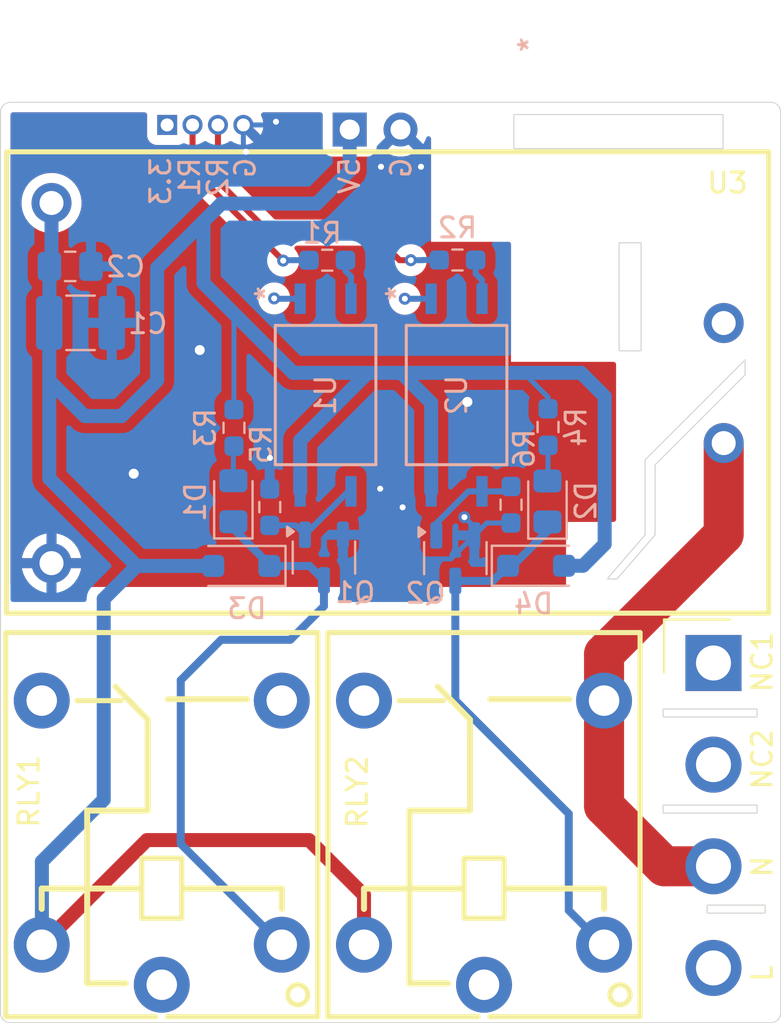
<source format=kicad_pcb>
(kicad_pcb (version 20241229) (generator "pcbnew") (generator_version "9.0")
  (layers (0 "F.Cu" signal) (4 "In1.Cu" signal) (6 "In2.Cu" signal) (2 "B.Cu" signal) (13 "F.Paste" user) (15 "B.Paste" user) (5 "F.SilkS" user "F.Silkscreen") (7 "B.SilkS" user "B.Silkscreen") (1 "F.Mask" user) (3 "B.Mask" user) (25 "Edge.Cuts" user))
  (net 0 "")
  (net 1 "GND")
  (net 2 "+5V")
  (net 3 "+3.3V")
  (net 4 "Net-(D1-A)")
  (net 5 "Net-(D2-K)")
  (net 6 "Net-(D2-A)")
  (net 7 "N")
  (net 8 "L")
  (net 9 "Net-(Q1-G)")
  (net 10 "Net-(Q2-G)")
  (net 11 "Net-(R2-Pad2)")
  (net 12 "ESP_DOUT_1")
  (net 13 "ESP_DOUT_2")
  (net 14 "NC1")
  (net 15 "NC2")
  (net 18 "Net-(D1-K)")
  (net 19 "Net-(R1-Pad2)")
  (footprint "Connector_Samtec_HPM_THT:Samtec_HPM-04-01-x-S_Straight_1x04_Pitch5.08mm" (layer "F.Cu") (at 144.12 85.8)
    (property "Reference" "J1" (hide yes))
    (property "Value" "Screw_Terminal_01x04" (hide yes))
    (fp_line (start -2.47 -2.17) (end 0.815 -2.17) (stroke (width 0.12)) (layer "F.SilkS"))
    (fp_line (start -2.47 0.48) (end -2.47 -2.17) (stroke (width 0.12)) (layer "F.SilkS"))
    (pad "1" thru_hole rect (at 0 0) (size 2.8 2.8) (drill 1.75) (layers "*.Cu" "*.Mask") (net 14 "NC1"))
    (pad "2" thru_hole circle (at 0 5.08) (size 2.8 2.8) (drill 1.75) (layers "*.Cu" "*.Mask") (net 15 "NC2"))
    (pad "3" thru_hole circle (at 0 10.16) (size 2.8 2.8) (drill 1.75) (layers "*.Cu" "*.Mask") (net 7 "N"))
    (pad "4" thru_hole circle (at 0 15.24) (size 2.8 2.8) (drill 1.75) (layers "*.Cu" "*.Mask") (net 8 "L"))
  )
  (footprint "EasyEDA_Lib:RELAY-TH_SRD-XXVDC-XL-C" (layer "F.Cu") (at 116.54 94.78 90)
    (property "Reference" "RLY1" (at 2.571 -6.64 90) (layer "F.SilkS"))
    (property "Value" "~")
    (fp_line (start 10.501 -7.8) (end -8.699 -7.8) (stroke (width 0.254)) (layer "F.SilkS"))
    (fp_line (start -8.699 -7.8) (end -8.699 -0.2945) (stroke (width 0.254)) (layer "F.SilkS"))
    (fp_line (start -2.292 -6) (end -3.31 -6) (stroke (width 0.3)) (layer "F.SilkS"))
    (fp_line (start 7.0995 -4.247) (end 7.0995 -2.0195) (stroke (width 0.254)) (layer "F.SilkS"))
    (fp_line (start 1.6045 -3.727) (end 1.6045 -0.727) (stroke (width 0.3)) (layer "F.SilkS"))
    (fp_line (start -7.0315 -3.727) (end 1.6045 -3.727) (stroke (width 0.3)) (layer "F.SilkS"))
    (fp_line (start -7.0315 -1.8) (end -7.0315 -3.727) (stroke (width 0.3)) (layer "F.SilkS"))
    (fp_line (start -2.292 -1.051) (end -2.292 -6) (stroke (width 0.3)) (layer "F.SilkS"))
    (fp_line (start -0.775 -1) (end -0.775 1) (stroke (width 0.254)) (layer "F.SilkS"))
    (fp_line (start -3.775 -1) (end -0.775 -1) (stroke (width 0.254)) (layer "F.SilkS"))
    (fp_line (start 1.6045 -0.727) (end 1.6285 -0.703) (stroke (width 0.3)) (layer "F.SilkS"))
    (fp_line (start 5.6445 -0.703) (end 6.1525 -0.703) (stroke (width 0.3)) (layer "F.SilkS"))
    (fp_line (start 1.6285 -0.703) (end 5.6445 -0.703) (stroke (width 0.3)) (layer "F.SilkS"))
    (fp_line (start 6.15 -0.701) (end 7.8005 -2.309) (stroke (width 0.3)) (layer "F.SilkS"))
    (fp_line (start -8.699 0.2945) (end -8.699 7.8) (stroke (width 0.254)) (layer "F.SilkS"))
    (fp_line (start -0.775 1) (end -3.775 1) (stroke (width 0.254)) (layer "F.SilkS"))
    (fp_line (start -3.775 1) (end -3.775 -1) (stroke (width 0.254)) (layer "F.SilkS"))
    (fp_line (start 7.1685 4.257) (end 7.1685 0.3125) (stroke (width 0.3)) (layer "F.SilkS"))
    (fp_line (start -2.292 6) (end -2.292 1.0515) (stroke (width 0.3)) (layer "F.SilkS"))
    (fp_line (start -2.292 6) (end -3.31 6) (stroke (width 0.3)) (layer "F.SilkS"))
    (fp_line (start 10.501 7.8) (end 10.501 -7.8) (stroke (width 0.254)) (layer "F.SilkS"))
    (fp_line (start 10.501 7.8) (end -8.699 7.8) (stroke (width 0.254)) (layer "F.SilkS"))
    (fp_circle (center -7.6 6.8) (end -7.1 6.8) (stroke (width 0.254)) (fill no) (layer "F.SilkS"))
    (pad "1" thru_hole circle (at -5.1 6 270) (size 2.794 2.794) (drill 1.524) (layers "*.Cu" "*.Mask") (net 18 "Net-(D1-K)"))
    (pad "2" thru_hole circle (at 7.1 5.9995 270) (size 2.794 2.794) (drill 1.524) (layers "*.Cu" "*.Mask") (net 8 "L"))
    (pad "3" thru_hole circle (at 7.1 -5.9995 270) (size 2.794 2.794) (drill 1.524) (layers "*.Cu" "*.Mask"))
    (pad "4" thru_hole circle (at -5.1 -6 270) (size 2.794 2.794) (drill 1.524) (layers "*.Cu" "*.Mask") (net 2 "+5V"))
    (pad "5" thru_hole circle (at -7.1 0 270) (size 2.794 2.794) (drill 1.524) (layers "*.Cu" "*.Mask") (net 14 "NC1"))
  )
  (footprint "EasyEDA_Lib:RELAY-TH_SRD-XXVDC-XL-C" (layer "F.Cu") (at 132.65 94.78 90)
    (property "Reference" "RLY2" (at 2.54 -6.34 90) (layer "F.SilkS"))
    (property "Value" "~")
    (fp_line (start 10.501 -7.8) (end -8.699 -7.8) (stroke (width 0.254)) (layer "F.SilkS"))
    (fp_line (start -8.699 -7.8) (end -8.699 -0.2945) (stroke (width 0.254)) (layer "F.SilkS"))
    (fp_line (start -2.292 -6) (end -3.31 -6) (stroke (width 0.3)) (layer "F.SilkS"))
    (fp_line (start 7.0995 -4.247) (end 7.0995 -2.0195) (stroke (width 0.254)) (layer "F.SilkS"))
    (fp_line (start 1.6045 -3.727) (end 1.6045 -0.727) (stroke (width 0.3)) (layer "F.SilkS"))
    (fp_line (start -7.0315 -3.727) (end 1.6045 -3.727) (stroke (width 0.3)) (layer "F.SilkS"))
    (fp_line (start -7.0315 -1.8) (end -7.0315 -3.727) (stroke (width 0.3)) (layer "F.SilkS"))
    (fp_line (start -2.292 -1.051) (end -2.292 -6) (stroke (width 0.3)) (layer "F.SilkS"))
    (fp_line (start -0.775 -1) (end -0.775 1) (stroke (width 0.254)) (layer "F.SilkS"))
    (fp_line (start -3.775 -1) (end -0.775 -1) (stroke (width 0.254)) (layer "F.SilkS"))
    (fp_line (start 1.6045 -0.727) (end 1.6285 -0.703) (stroke (width 0.3)) (layer "F.SilkS"))
    (fp_line (start 5.6445 -0.703) (end 6.1525 -0.703) (stroke (width 0.3)) (layer "F.SilkS"))
    (fp_line (start 1.6285 -0.703) (end 5.6445 -0.703) (stroke (width 0.3)) (layer "F.SilkS"))
    (fp_line (start 6.15 -0.701) (end 7.8005 -2.309) (stroke (width 0.3)) (layer "F.SilkS"))
    (fp_line (start -8.699 0.2945) (end -8.699 7.8) (stroke (width 0.254)) (layer "F.SilkS"))
    (fp_line (start -0.775 1) (end -3.775 1) (stroke (width 0.254)) (layer "F.SilkS"))
    (fp_line (start -3.775 1) (end -3.775 -1) (stroke (width 0.254)) (layer "F.SilkS"))
    (fp_line (start 7.1685 4.257) (end 7.1685 0.3125) (stroke (width 0.3)) (layer "F.SilkS"))
    (fp_line (start -2.292 6) (end -2.292 1.0515) (stroke (width 0.3)) (layer "F.SilkS"))
    (fp_line (start -2.292 6) (end -3.31 6) (stroke (width 0.3)) (layer "F.SilkS"))
    (fp_line (start 10.501 7.8) (end 10.501 -7.8) (stroke (width 0.254)) (layer "F.SilkS"))
    (fp_line (start 10.501 7.8) (end -8.699 7.8) (stroke (width 0.254)) (layer "F.SilkS"))
    (fp_circle (center -7.6 6.8) (end -7.1 6.8) (stroke (width 0.254)) (fill no) (layer "F.SilkS"))
    (pad "1" thru_hole circle (at -5.1 6 270) (size 2.794 2.794) (drill 1.524) (layers "*.Cu" "*.Mask") (net 5 "Net-(D2-K)"))
    (pad "2" thru_hole circle (at 7.1 5.9995 270) (size 2.794 2.794) (drill 1.524) (layers "*.Cu" "*.Mask") (net 7 "N"))
    (pad "3" thru_hole circle (at 7.1 -5.9995 270) (size 2.794 2.794) (drill 1.524) (layers "*.Cu" "*.Mask"))
    (pad "4" thru_hole circle (at -5.1 -6 270) (size 2.794 2.794) (drill 1.524) (layers "*.Cu" "*.Mask") (net 2 "+5V"))
    (pad "5" thru_hole circle (at -7.1 0 270) (size 2.794 2.794) (drill 1.524) (layers "*.Cu" "*.Mask") (net 15 "NC2"))
  )
  (footprint "EasyEDA_Lib:PWRM-TH_HLK-5M05" (layer "F.Cu") (at 127.83 71.81 180)
    (property "Reference" "U3" (at -16.99 10 0) (layer "F.SilkS"))
    (property "Value" "~")
    (fp_line (start 19.05 -11.5) (end 19.05 11.5) (stroke (width 0.254)) (layer "F.SilkS"))
    (fp_line (start 19.05 -11.5) (end -19.05 -11.5) (stroke (width 0.254)) (layer "F.SilkS"))
    (fp_line (start -19.05 11.557) (end 19.05 11.557) (stroke (width 0.254)) (layer "F.SilkS"))
    (fp_line (start -19.05 -11.5) (end -19.05 11.557) (stroke (width 0.254)) (layer "F.SilkS"))
    (pad "1" thru_hole circle (at -16.8 -3 180) (size 2 2) (drill 1.2) (layers "*.Cu" "*.Mask") (net 7 "N"))
    (pad "2" thru_hole circle (at -16.8 3 180) (size 2 2) (drill 1.2) (layers "*.Cu" "*.Mask") (net 8 "L"))
    (pad "3" thru_hole circle (at 16.8 -9 180) (size 2 2) (drill 1.2) (layers "*.Cu" "*.Mask") (net 1 "GND"))
    (pad "4" thru_hole circle (at 16.8 9 180) (size 2 2) (drill 1.2) (layers "*.Cu" "*.Mask") (net 2 "+5V"))
  )
  (footprint "Connector_PinHeader_1.27mm:PinHeader_1x04_P1.27mm_Vertical" (layer "F.Cu") (at 116.81 58.91 90)
    (property "Reference" "J2" (hide yes))
    (property "Value" "Conn_01x04_Pin")
    (pad "1" thru_hole rect (at 0 0 90) (size 1 1) (drill 0.65) (layers "*.Cu" "*.Mask") (net 3 "+3.3V"))
    (pad "2" thru_hole circle (at 0 1.27 90) (size 1 1) (drill 0.65) (layers "*.Cu" "*.Mask") (net 12 "ESP_DOUT_1"))
    (pad "3" thru_hole circle (at 0 2.54 90) (size 1 1) (drill 0.65) (layers "*.Cu" "*.Mask") (net 13 "ESP_DOUT_2"))
    (pad "4" thru_hole circle (at 0 3.81 90) (size 1 1) (drill 0.65) (layers "*.Cu" "*.Mask") (net 1 "GND"))
  )
  (footprint "Connector_PinHeader_2.54mm:PinHeader_1x02_P2.54mm_Vertical" (layer "F.Cu") (at 125.935 59.14 90)
    (property "Reference" "J3" (hide yes))
    (property "Value" "PinHeader_1x02_P2.54mm_Vertical" (hide yes))
    (pad "1" thru_hole rect (at 0 0 90) (size 1.7 1.7) (drill 1) (layers "*.Cu" "*.Mask") (net 2 "+5V"))
    (pad "2" thru_hole circle (at 0 2.54 90) (size 1.7 1.7) (drill 1) (layers "*.Cu" "*.Mask") (net 1 "GND"))
  )
  (footprint "LED_SMD:LED_0805_2012Metric_Pad1.15x1.40mm_HandSolder" (layer "B.Cu") (at 120.12 77.715 90)
    (property "Reference" "D1" (at -0.040276 -1.9 90) (layer "B.SilkS") (effects (justify mirror)))
    (property "Value" "LED")
    (fp_line (start -1.86 -0.96) (end 1 -0.96) (stroke (width 0.12)) (layer "B.SilkS"))
    (fp_line (start 1 0.96) (end -1.86 0.96) (stroke (width 0.12)) (layer "B.SilkS"))
    (fp_line (start -1.86 0.96) (end -1.86 -0.96) (stroke (width 0.12)) (layer "B.SilkS"))
    (pad "1" smd roundrect (at -1.025 0 90) (size 1.15 1.4) (layers "B.Cu" "B.Mask" "B.Paste") (roundrect_rratio 0.217391) (net 18 "Net-(D1-K)"))
    (pad "2" smd roundrect (at 1.025 0 90) (size 1.15 1.4) (layers "B.Cu" "B.Mask" "B.Paste") (roundrect_rratio 0.217391) (net 4 "Net-(D1-A)"))
  )
  (footprint "Resistor_SMD:R_0603_1608Metric_Pad0.98x0.95mm_HandSolder" (layer "B.Cu") (at 121.94 78.01 90)
    (property "Reference" "R5" (at 3.13 -0.43 90) (layer "B.SilkS") (effects (justify mirror)))
    (property "Value" "1K")
    (fp_line (start -0.254724 -0.5225) (end 0.254724 -0.5225) (stroke (width 0.12)) (layer "B.SilkS"))
    (fp_line (start -0.254724 0.5225) (end 0.254724 0.5225) (stroke (width 0.12)) (layer "B.SilkS"))
    (pad "1" smd roundrect (at -0.9125 0 90) (size 0.975 0.95) (layers "B.Cu" "B.Mask" "B.Paste") (net 9 "Net-(Q1-G)"))
    (pad "2" smd roundrect (at 0.9125 0 90) (size 0.975 0.95) (layers "B.Cu" "B.Mask" "B.Paste") (net 1 "GND"))
  )
  (footprint "Package_TO_SOT_SMD:SOT-23-3" (layer "B.Cu") (at 124.6475 80.53 -90)
    (property "Reference" "Q1" (at 1.75 -1.56 0) (layer "B.SilkS") (effects (justify mirror)))
    (property "Value" "Q_NMOS_Depletion_GSD")
    (fp_line (start 0 1.56) (end -0.8 1.56) (stroke (width 0.12)) (layer "B.SilkS"))
    (fp_line (start 0 1.56) (end 0.8 1.56) (stroke (width 0.12)) (layer "B.SilkS"))
    (fp_line (start 0 -1.56) (end -0.8 -1.56) (stroke (width 0.12)) (layer "B.SilkS"))
    (fp_line (start 0 -1.56) (end 0.8 -1.56) (stroke (width 0.12)) (layer "B.SilkS"))
    (fp_poly (pts (xy -1.3 1.51) (xy -1.54 1.84) (xy -1.06 1.84)) (stroke (width 0.12)) (fill yes) (layer "B.SilkS"))
    (pad "1" smd roundrect (at -1.1375 0.95 270) (size 1.325 0.6) (layers "B.Cu" "B.Mask" "B.Paste") (net 9 "Net-(Q1-G)"))
    (pad "2" smd roundrect (at -1.1375 -0.95 270) (size 1.325 0.6) (layers "B.Cu" "B.Mask" "B.Paste") (net 1 "GND"))
    (pad "3" smd roundrect (at 1.1375 0 270) (size 1.325 0.6) (layers "B.Cu" "B.Mask" "B.Paste") (net 18 "Net-(D1-K)"))
  )
  (footprint "Diode_SMD:D_SOD-123F" (layer "B.Cu") (at 135.25 80.94)
    (property "Reference" "D4" (at -0.127 1.905 0) (layer "B.SilkS") (effects (justify mirror)))
    (property "Value" "1N4001")
    (fp_line (start -2.21 -1) (end 1.65 -1) (stroke (width 0.12)) (layer "B.SilkS"))
    (fp_line (start -2.21 1) (end -2.21 -1) (stroke (width 0.12)) (layer "B.SilkS"))
    (fp_line (start -2.21 1) (end 1.65 1) (stroke (width 0.12)) (layer "B.SilkS"))
    (pad "1" smd roundrect (at -1.4 0) (size 1.1 1.1) (layers "B.Cu" "B.Mask" "B.Paste") (roundrect_rratio 0.2272727273) (net 5 "Net-(D2-K)"))
    (pad "2" smd roundrect (at 1.4 0) (size 1.1 1.1) (layers "B.Cu" "B.Mask" "B.Paste") (roundrect_rratio 0.2272727273) (net 2 "+5V"))
  )
  (footprint "Resistor_SMD:R_0603_1608Metric_Pad0.98x0.95mm_HandSolder" (layer "B.Cu") (at 131.320915 65.66)
    (property "Reference" "R2" (at 0 -1.61 0) (layer "B.SilkS") (effects (justify mirror)))
    (property "Value" "1K")
    (fp_line (start -0.254724 -0.5225) (end 0.254724 -0.5225) (stroke (width 0.12)) (layer "B.SilkS"))
    (fp_line (start -0.254724 0.5225) (end 0.254724 0.5225) (stroke (width 0.12)) (layer "B.SilkS"))
    (pad "1" smd roundrect (at -0.9125 0) (size 0.975 0.95) (layers "B.Cu" "B.Mask" "B.Paste") (net 13 "ESP_DOUT_2"))
    (pad "2" smd roundrect (at 0.9125 0) (size 0.975 0.95) (layers "B.Cu" "B.Mask" "B.Paste") (net 11 "Net-(R2-Pad2)"))
  )
  (footprint "Capacitor_SMD:C_1210_3225Metric_Pad1.33x2.70mm_HandSolder" (layer "B.Cu") (at 112.48 68.8)
    (property "Reference" "C1" (at 3.36 0.04 0) (layer "B.SilkS") (effects (justify mirror)))
    (property "Value" "220uF")
    (fp_line (start -0.711252 -1.36) (end 0.711252 -1.36) (stroke (width 0.12)) (layer "B.SilkS"))
    (fp_line (start -0.711252 1.36) (end 0.711252 1.36) (stroke (width 0.12)) (layer "B.SilkS"))
    (pad "1" smd roundrect (at -1.5625 0) (size 1.325 2.7) (layers "B.Cu" "B.Mask" "B.Paste") (roundrect_rratio 0.188679) (net 2 "+5V"))
    (pad "2" smd roundrect (at 1.5625 0) (size 1.325 2.7) (layers "B.Cu" "B.Mask" "B.Paste") (roundrect_rratio 0.188679) (net 1 "GND"))
  )
  (footprint "Resistor_SMD:R_0603_1608Metric_Pad0.98x0.95mm_HandSolder" (layer "B.Cu") (at 134 77.89 -90)
    (property "Reference" "R6" (at -2.81 -0.66 90) (layer "B.SilkS") (effects (justify mirror)))
    (property "Value" "1K")
    (fp_line (start -0.254724 0.5225) (end 0.254724 0.5225) (stroke (width 0.12)) (layer "B.SilkS"))
    (fp_line (start -0.254724 -0.5225) (end 0.254724 -0.5225) (stroke (width 0.12)) (layer "B.SilkS"))
    (pad "1" smd roundrect (at -0.9125 0 270) (size 0.975 0.95) (layers "B.Cu" "B.Mask" "B.Paste") (net 10 "Net-(Q2-G)"))
    (pad "2" smd roundrect (at 0.9125 0 270) (size 0.975 0.95) (layers "B.Cu" "B.Mask" "B.Paste") (net 1 "GND"))
  )
  (footprint "Resistor_SMD:R_0603_1608Metric_Pad0.98x0.95mm_HandSolder" (layer "B.Cu") (at 135.85 74.0075 -90)
    (property "Reference" "R4" (at 0 -1.4 90) (layer "B.SilkS") (effects (justify mirror)))
    (property "Value" "2K")
    (fp_line (start -0.254724 0.5225) (end 0.254724 0.5225) (stroke (width 0.12)) (layer "B.SilkS"))
    (fp_line (start -0.254724 -0.5225) (end 0.254724 -0.5225) (stroke (width 0.12)) (layer "B.SilkS"))
    (pad "1" smd roundrect (at -0.9125 0 270) (size 0.975 0.95) (layers "B.Cu" "B.Mask" "B.Paste") (net 2 "+5V"))
    (pad "2" smd roundrect (at 0.9125 0 270) (size 0.975 0.95) (layers "B.Cu" "B.Mask" "B.Paste") (net 6 "Net-(D2-A)"))
  )
  (footprint "InnovKits:APC-817xx-SL_AMB" (layer "B.Cu") (at 131.278415 72.41 -90)
    (property "Reference" "U2" (at 0 0 90) (layer "B.SilkS") (effects (justify mirror)))
    (property "Value" "PC817")
    (fp_line (start -3.4798 2.5146) (end -3.4798 -2.5146) (stroke (width 0.1524)) (layer "B.SilkS"))
    (fp_line (start 3.4798 2.5146) (end -3.4798 2.5146) (stroke (width 0.1524)) (layer "B.SilkS"))
    (fp_line (start -3.4798 -2.5146) (end 3.4798 -2.5146) (stroke (width 0.1524)) (layer "B.SilkS"))
    (fp_line (start 3.4798 -2.5146) (end 3.4798 2.5146) (stroke (width 0.1524)) (layer "B.SilkS"))
    (fp_text user "*" (at -5.0673 2.9718 90) (layer "B.SilkS") (effects (justify mirror)))
    (pad "1" smd rect (at -4.8133 1.27 270) (size 1.524 0.5588) (layers "B.Cu" "B.Mask" "B.Paste") (net 3 "+3.3V"))
    (pad "2" smd rect (at -4.8133 -1.27 270) (size 1.524 0.5588) (layers "B.Cu" "B.Mask" "B.Paste") (net 11 "Net-(R2-Pad2)"))
    (pad "3" smd rect (at 4.8133 -1.27 270) (size 1.524 0.5588) (layers "B.Cu" "B.Mask" "B.Paste") (net 10 "Net-(Q2-G)"))
    (pad "4" smd rect (at 4.8133 1.27 270) (size 1.524 0.5588) (layers "B.Cu" "B.Mask" "B.Paste") (net 2 "+5V"))
  )
  (footprint "Package_TO_SOT_SMD:SOT-23-3" (layer "B.Cu") (at 131.215915 80.56 -90)
    (property "Reference" "Q2" (at 1.75 1.495915 180) (layer "B.SilkS") (effects (justify mirror)))
    (property "Value" "Q_NMOS_Depletion_GSD")
    (fp_line (start 0 1.56) (end -0.8 1.56) (stroke (width 0.12)) (layer "B.SilkS"))
    (fp_line (start 0 1.56) (end 0.8 1.56) (stroke (width 0.12)) (layer "B.SilkS"))
    (fp_line (start 0 -1.56) (end -0.8 -1.56) (stroke (width 0.12)) (layer "B.SilkS"))
    (fp_line (start 0 -1.56) (end 0.8 -1.56) (stroke (width 0.12)) (layer "B.SilkS"))
    (fp_poly (pts (xy -1.3 1.51) (xy -1.54 1.84) (xy -1.06 1.84)) (stroke (width 0.12)) (fill yes) (layer "B.SilkS"))
    (pad "1" smd roundrect (at -1.1375 0.95 270) (size 1.325 0.6) (layers "B.Cu" "B.Mask" "B.Paste") (net 10 "Net-(Q2-G)"))
    (pad "2" smd roundrect (at -1.1375 -0.95 270) (size 1.325 0.6) (layers "B.Cu" "B.Mask" "B.Paste") (net 1 "GND"))
    (pad "3" smd roundrect (at 1.1375 0 270) (size 1.325 0.6) (layers "B.Cu" "B.Mask" "B.Paste") (net 5 "Net-(D2-K)"))
  )
  (footprint "Capacitor_SMD:C_0805_2012Metric_Pad1.18x1.45mm_HandSolder" (layer "B.Cu") (at 111.965 65.98)
    (property "Reference" "C2" (at 2.765 0.02 0) (layer "B.SilkS") (effects (justify mirror)))
    (property "Value" "100uF")
    (fp_line (start -0.261252 -0.735) (end 0.261252 -0.735) (stroke (width 0.12)) (layer "B.SilkS"))
    (fp_line (start -0.261252 0.735) (end 0.261252 0.735) (stroke (width 0.12)) (layer "B.SilkS"))
    (pad "1" smd roundrect (at -1.0375 0) (size 1.175 1.45) (layers "B.Cu" "B.Mask" "B.Paste") (roundrect_rratio 0.212766) (net 2 "+5V"))
    (pad "2" smd roundrect (at 1.0375 0) (size 1.175 1.45) (layers "B.Cu" "B.Mask" "B.Paste") (roundrect_rratio 0.212766) (net 1 "GND"))
  )
  (footprint "InnovKits:APC-817xx-SL_AMB" (layer "B.Cu") (at 124.73 72.41 -90)
    (property "Reference" "U1" (at 0 0 90) (layer "B.SilkS") (effects (justify mirror)))
    (property "Value" "PC817")
    (fp_line (start -3.4798 2.5146) (end -3.4798 -2.5146) (stroke (width 0.1524)) (layer "B.SilkS"))
    (fp_line (start 3.4798 2.5146) (end -3.4798 2.5146) (stroke (width 0.1524)) (layer "B.SilkS"))
    (fp_line (start -3.4798 -2.5146) (end 3.4798 -2.5146) (stroke (width 0.1524)) (layer "B.SilkS"))
    (fp_line (start 3.4798 -2.5146) (end 3.4798 2.5146) (stroke (width 0.1524)) (layer "B.SilkS"))
    (fp_text user "*" (at -5.0673 2.9718 90) (layer "B.SilkS") (effects (justify mirror)))
    (pad "1" smd rect (at -4.8133 1.27 270) (size 1.524 0.5588) (layers "B.Cu" "B.Mask" "B.Paste") (net 3 "+3.3V"))
    (pad "2" smd rect (at -4.8133 -1.27 270) (size 1.524 0.5588) (layers "B.Cu" "B.Mask" "B.Paste") (net 19 "Net-(R1-Pad2)"))
    (pad "3" smd rect (at 4.8133 -1.27 270) (size 1.524 0.5588) (layers "B.Cu" "B.Mask" "B.Paste") (net 9 "Net-(Q1-G)"))
    (pad "4" smd rect (at 4.8133 1.27 270) (size 1.524 0.5588) (layers "B.Cu" "B.Mask" "B.Paste") (net 2 "+5V"))
  )
  (footprint "Resistor_SMD:R_0603_1608Metric_Pad0.98x0.95mm_HandSolder" (layer "B.Cu") (at 124.8125 65.67)
    (property "Reference" "R1" (at -0.254724 -1.35 0) (layer "B.SilkS") (effects (justify mirror)))
    (property "Value" "1K")
    (fp_line (start -0.254724 -0.5225) (end 0.254724 -0.5225) (stroke (width 0.12)) (layer "B.SilkS"))
    (fp_line (start -0.254724 0.5225) (end 0.254724 0.5225) (stroke (width 0.12)) (layer "B.SilkS"))
    (pad "1" smd roundrect (at -0.9125 0) (size 0.975 0.95) (layers "B.Cu" "B.Mask" "B.Paste") (net 12 "ESP_DOUT_1"))
    (pad "2" smd roundrect (at 0.9125 0) (size 0.975 0.95) (layers "B.Cu" "B.Mask" "B.Paste") (net 19 "Net-(R1-Pad2)"))
  )
  (footprint "Diode_SMD:D_SOD-123F" (layer "B.Cu") (at 120.5175 80.95 180)
    (property "Reference" "D3" (at -0.28 -2.13 0) (layer "B.SilkS") (effects (justify mirror)))
    (property "Value" "1N4001")
    (fp_line (start -2.21 1) (end 1.65 1) (stroke (width 0.12)) (layer "B.SilkS"))
    (fp_line (start -2.21 1) (end -2.21 -1) (stroke (width 0.12)) (layer "B.SilkS"))
    (fp_line (start -2.21 -1) (end 1.65 -1) (stroke (width 0.12)) (layer "B.SilkS"))
    (pad "1" smd roundrect (at -1.4 0 180) (size 1.1 1.1) (layers "B.Cu" "B.Mask" "B.Paste") (roundrect_rratio 0.2272727273) (net 18 "Net-(D1-K)"))
    (pad "2" smd roundrect (at 1.4 0 180) (size 1.1 1.1) (layers "B.Cu" "B.Mask" "B.Paste") (roundrect_rratio 0.2272727273) (net 2 "+5V"))
  )
  (footprint "LED_SMD:LED_0805_2012Metric_Pad1.15x1.40mm_HandSolder" (layer "B.Cu") (at 135.82 77.7275 90)
    (property "Reference" "D2" (at 0.0275 1.92 90) (layer "B.SilkS") (effects (justify mirror)))
    (property "Value" "LED")
    (fp_line (start -1.86 -0.96) (end 1 -0.96) (stroke (width 0.12)) (layer "B.SilkS"))
    (fp_line (start 1 0.96) (end -1.86 0.96) (stroke (width 0.12)) (layer "B.SilkS"))
    (fp_line (start -1.86 0.96) (end -1.86 -0.96) (stroke (width 0.12)) (layer "B.SilkS"))
    (pad "1" smd roundrect (at -1.025 0 90) (size 1.15 1.4) (layers "B.Cu" "B.Mask" "B.Paste") (roundrect_rratio 0.217391) (net 5 "Net-(D2-K)"))
    (pad "2" smd roundrect (at 1.025 0 90) (size 1.15 1.4) (layers "B.Cu" "B.Mask" "B.Paste") (roundrect_rratio 0.217391) (net 6 "Net-(D2-A)"))
  )
  (footprint "Resistor_SMD:R_0603_1608Metric_Pad0.98x0.95mm_HandSolder" (layer "B.Cu") (at 120.15 74.0475 -90)
    (property "Reference" "R3" (at 0 1.43 90) (layer "B.SilkS") (effects (justify mirror)))
    (property "Value" "2K")
    (fp_line (start -0.254724 0.5225) (end 0.254724 0.5225) (stroke (width 0.12)) (layer "B.SilkS"))
    (fp_line (start -0.254724 -0.5225) (end 0.254724 -0.5225) (stroke (width 0.12)) (layer "B.SilkS"))
    (pad "1" smd roundrect (at -0.9125 0 270) (size 0.975 0.95) (layers "B.Cu" "B.Mask" "B.Paste") (net 2 "+5V"))
    (pad "2" smd roundrect (at 0.9125 0 270) (size 0.975 0.95) (layers "B.Cu" "B.Mask" "B.Paste") (net 4 "Net-(D1-A)"))
  )
  (gr_arc (start 147.48 103.28) (mid 147.333553 103.633553) (end 146.98 103.78) (stroke (width 0.05)) (layer "Edge.Cuts"))
  (gr_rect (start 134.14 58.39) (end 144.6 60.09) (stroke (width 0.05)) (fill no) (layer "Edge.Cuts"))
  (gr_line (start 145.7 71.4) (end 145.7 70.65) (stroke (width 0.05)) (layer "Edge.Cuts"))
  (gr_rect (start 141.6 88.1) (end 146.3 88.5) (stroke (width 0.05)) (fill no) (layer "Edge.Cuts"))
  (gr_arc (start 108.48 58.28) (mid 108.626447 57.926447) (end 108.98 57.78) (stroke (width 0.05)) (layer "Edge.Cuts"))
  (gr_rect (start 139.4 64.8) (end 140.5 70.2) (stroke (width 0.05)) (fill no) (layer "Edge.Cuts"))
  (gr_rect (start 141.6 92.9) (end 146.3 93.3) (stroke (width 0.05)) (fill no) (layer "Edge.Cuts"))
  (gr_arc (start 108.98 103.78) (mid 108.626447 103.633553) (end 108.48 103.28) (stroke (width 0.05)) (layer "Edge.Cuts"))
  (gr_line (start 139.3 81.6) (end 138.8 81.6) (stroke (width 0.05)) (layer "Edge.Cuts"))
  (gr_line (start 141.95 74.4) (end 140.7 75.65) (stroke (width 0.05)) (layer "Edge.Cuts"))
  (gr_rect (start 143.8 97.9) (end 146.7 98.3) (stroke (width 0.05)) (fill no) (layer "Edge.Cuts"))
  (gr_line (start 145.7 70.65) (end 141.95 74.4) (stroke (width 0.05)) (layer "Edge.Cuts"))
  (gr_line (start 141.2 79.4) (end 139.3 81.6) (stroke (width 0.05)) (layer "Edge.Cuts"))
  (gr_line (start 147.48 58.28) (end 147.48 103.28) (stroke (width 0.05)) (layer "Edge.Cuts"))
  (gr_line (start 108.48 103.28) (end 108.48 58.28) (stroke (width 0.05)) (layer "Edge.Cuts"))
  (gr_line (start 138.8 81.6) (end 140.7 79.4) (stroke (width 0.05)) (layer "Edge.Cuts"))
  (gr_line (start 141.2 75.9) (end 145.7 71.4) (stroke (width 0.05)) (layer "Edge.Cuts"))
  (gr_line (start 141.2 79.4) (end 141.2 75.9) (stroke (width 0.05)) (layer "Edge.Cuts"))
  (gr_arc (start 146.98 57.78) (mid 147.333553 57.926447) (end 147.48 58.28) (stroke (width 0.05)) (layer "Edge.Cuts"))
  (gr_line (start 140.7 75.65) (end 140.7 79.4) (stroke (width 0.05)) (layer "Edge.Cuts"))
  (gr_line (start 146.98 103.78) (end 108.98 103.78) (stroke (width 0.05)) (layer "Edge.Cuts"))
  (gr_line (start 108.98 57.78) (end 146.98 57.78) (stroke (width 0.05)) (layer "Edge.Cuts"))
  (gr_text "NC2" (at 147.14 92.21 90) (layer "F.SilkS") (effects (font (size 1 1)) (justify left bottom)))
  (gr_text "NC1" (at 147.14 87.35 90) (layer "F.SilkS") (effects (font (size 1 1)) (justify left bottom)))
  (gr_text "N" (at 147.14 96.6 90) (layer "F.SilkS") (effects (font (size 1 1)) (justify left bottom)))
  (gr_text "L" (at 147.14 101.82 90) (layer "F.SilkS") (effects (font (size 1 1)) (justify left bottom)))
  (gr_text "G" (at 121.3 60.45 90) (layer "B.SilkS") (effects (font (size 1 1)) (justify left bottom mirror)))
  (gr_text "R2" (at 119.93 60.45 90) (layer "B.SilkS") (effects (font (size 1 1)) (justify left bottom mirror)))
  (gr_text "3.3" (at 117.07 60.45 90) (layer "B.SilkS") (effects (font (size 1 1)) (justify left bottom mirror)))
  (gr_text "5V" (at 126.51 60.45 90) (layer "B.SilkS") (effects (font (size 1 1)) (justify left bottom mirror)))
  (gr_text "G" (at 129.09 60.45 90) (layer "B.SilkS") (effects (font (size 1 1)) (justify left bottom mirror)))
  (gr_text "*" (at 135.5 54.42 90) (layer "B.SilkS") (effects (font (size 1 1)) (justify left bottom mirror)))
  (gr_text "R1" (at 118.52 60.45 90) (layer "B.SilkS") (effects (font (size 1 1)) (justify left bottom mirror)))
  (via (at 127.5 61) (size 0.6) (drill 0.3) (layers "F.Cu" "B.Cu") (net 1))
  (via (at 115.14 76.34) (size 1) (drill 0.5) (layers "F.Cu" "B.Cu") (net 1))
  (via (at 122.25 58.75) (size 0.6) (drill 0.3) (layers "F.Cu" "B.Cu") (net 1))
  (via (at 121.95 75.55) (size 0.6) (drill 0.3) (layers "F.Cu" "B.Cu") (net 1))
  (via (at 127.46 77.09) (size 0.6) (drill 0.3) (layers "F.Cu" "B.Cu") (net 1))
  (via (at 129.5 61) (size 0.6) (drill 0.3) (layers "F.Cu" "B.Cu") (net 1))
  (via (at 128.58 78.02) (size 0.6) (drill 0.3) (layers "F.Cu" "B.Cu") (net 1))
  (via (at 120.75 60.25) (size 0.6) (drill 0.3) (layers "F.Cu" "B.Cu") (net 1))
  (via (at 118.44 70.16) (size 1) (drill 0.5) (layers "F.Cu" "B.Cu") (net 1))
  (via (at 131.82 72.75) (size 1) (drill 0.5) (layers "F.Cu" "B.Cu") (net 1))
  (via (at 131.67 78.51) (size 0.6) (drill 0.3) (layers "F.Cu" "B.Cu") (net 1))
  (segment (start 121.94 75.56) (end 121.95 75.55) (width 0.25) (layer "B.Cu") (net 1))
  (segment (start 128.475 59.14) (end 128.705 59.14) (width 0.25) (layer "B.Cu") (net 1))
  (segment (start 129.5 59.935) (end 129.5 61) (width 0.25) (layer "B.Cu") (net 1))
  (segment (start 129.45 80.6) (end 128.63 79.78) (width 0.25) (layer "B.Cu") (net 1))
  (segment (start 134 78.8025) (end 132.785915 78.8025) (width 0.25) (layer "B.Cu") (net 1))
  (segment (start 130.21 80.6) (end 129.45 80.6) (width 0.25) (layer "B.Cu") (net 1))
  (segment (start 132.165915 79.4225) (end 132.165915 79.005915) (width 0.25) (layer "B.Cu") (net 1))
  (segment (start 128.705 59.14) (end 129.5 59.935) (width 0.25) (layer "B.Cu") (net 1))
  (segment (start 132.785915 78.8025) (end 132.165915 79.4225) (width 0.25) (layer "B.Cu") (net 1))
  (segment (start 132.165915 79.005915) (end 131.67 78.51) (width 0.25) (layer "B.Cu") (net 1))
  (segment (start 128.63 78.07) (end 128.58 78.02) (width 0.25) (layer "B.Cu") (net 1))
  (segment (start 120.62 58.91) (end 122.09 58.91) (width 0.25) (layer "B.Cu") (net 1))
  (segment (start 128.63 79.78) (end 128.63 78.07) (width 0.25) (layer "B.Cu") (net 1))
  (segment (start 130.988415 80.6) (end 130.21 80.6) (width 0.25) (layer "B.Cu") (net 1))
  (segment (start 127.46 78.74) (end 127.46 77.09) (width 0.25) (layer "B.Cu") (net 1))
  (segment (start 127.5 60) (end 127.5 61) (width 0.25) (layer "B.Cu") (net 1))
  (segment (start 125.5975 79.3925) (end 126.8075 79.3925) (width 0.25) (layer "B.Cu") (net 1))
  (segment (start 128.36 59.14) (end 127.5 60) (width 0.25) (layer "B.Cu") (net 1))
  (segment (start 127.02 79.18) (end 127.46 78.74) (width 0.25) (layer "B.Cu") (net 1))
  (segment (start 120.62 58.91) (end 120.62 60.12) (width 0.25) (layer "B.Cu") (net 1))
  (segment (start 120.62 60.12) (end 120.75 60.25) (width 0.25) (layer "B.Cu") (net 1))
  (segment (start 126.8075 79.3925) (end 127.02 79.18) (width 0.25) (layer "B.Cu") (net 1))
  (segment (start 121.94 77.0975) (end 121.94 75.56) (width 0.25) (layer "B.Cu") (net 1))
  (segment (start 128.475 59.14) (end 128.36 59.14) (width 0.25) (layer "B.Cu") (net 1))
  (segment (start 122.09 58.91) (end 122.25 58.75) (width 0.25) (layer "B.Cu") (net 1))
  (segment (start 132.165915 79.4225) (end 130.988415 80.6) (width 0.25) (layer "B.Cu") (net 1))
  (segment (start 110.571 99.88) (end 115.801 94.65) (width 0.7) (layer "F.Cu") (net 2))
  (segment (start 115.801 94.65) (end 123.9 94.65) (width 0.7) (layer "F.Cu") (net 2))
  (segment (start 123.9 94.65) (end 126.65 97.4) (width 0.7) (layer "F.Cu") (net 2))
  (segment (start 110.54 99.88) (end 110.571 99.88) (width 0.7) (layer "F.Cu") (net 2))
  (segment (start 126.65 97.4) (end 126.65 99.88) (width 0.7) (layer "F.Cu") (net 2))
  (segment (start 113.64 82.6) (end 115.29 80.95) (width 0.7) (layer "B.Cu") (net 2))
  (segment (start 123.46 77.2233) (end 123.46 74.68) (width 0.7) (layer "B.Cu") (net 2))
  (segment (start 137.5 71.3) (end 138.68 72.48) (width 0.7) (layer "B.Cu") (net 2))
  (segment (start 113.64 92.63) (end 113.64 82.6) (width 0.7) (layer "B.Cu") (net 2))
  (segment (start 111.03 62.81) (end 111.03 65.8775) (width 0.7) (layer "B.Cu") (net 2))
  (segment (start 111.03 65.8775) (end 110.9275 65.98) (width 0.7) (layer "B.Cu") (net 2))
  (segment (start 118.63 63.73) (end 119.52 62.84) (width 0.7) (layer "B.Cu") (net 2))
  (segment (start 124.29 62.84) (end 125.935 61.195) (width 0.7) (layer "B.Cu") (net 2))
  (segment (start 125.935 61.195) (end 125.935 59.14) (width 0.7) (layer "B.Cu") (net 2))
  (segment (start 110.55 99.87) (end 110.55 95.72) (width 0.7) (layer "B.Cu") (net 2))
  (segment (start 116.31 71.68) (end 116.31 66.05) (width 0.7) (layer "B.Cu") (net 2))
  (segment (start 115.29 80.95) (end 119.1175 80.95) (width 0.7) (layer "B.Cu") (net 2))
  (segment (start 134.63 71.3) (end 137.5 71.3) (width 0.7) (layer "B.Cu") (net 2))
  (segment (start 120.15 68.52) (end 120.24 68.43) (width 0.25) (layer "B.Cu") (net 2))
  (segment (start 130.008415 77.2233) (end 130.008415 72.798415) (width 0.7) (layer "B.Cu") (net 2))
  (segment (start 110.9275 65.98) (end 110.9275 68.79) (width 0.7) (layer "B.Cu") (net 2))
  (segment (start 112.69 73.46) (end 114.53 73.46) (width 0.7) (layer "B.Cu") (net 2))
  (segment (start 110.9175 68.8) (end 110.9175 71.6875) (width 0.7) (layer "B.Cu") (net 2))
  (segment (start 135.85 72.52) (end 134.63 71.3) (width 0.25) (layer "B.Cu") (net 2))
  (segment (start 118.63 66.82) (end 118.63 63.73) (width 0.7) (layer "B.Cu") (net 2))
  (segment (start 123.11 71.3) (end 120.24 68.43) (width 0.7) (layer "B.Cu") (net 2))
  (segment (start 120.15 73.135) (end 120.15 68.52) (width 0.25) (layer "B.Cu") (net 2))
  (segment (start 114.53 73.46) (end 116.31 71.68) (width 0.7) (layer "B.Cu") (net 2))
  (segment (start 116.31 66.05) (end 118.63 63.73) (width 0.7) (layer "B.Cu") (net 2))
  (segment (start 130.008415 72.798415) (end 128.51 71.3) (width 0.7) (layer "B.Cu") (net 2))
  (segment (start 110.9275 68.79) (end 110.9175 68.8) (width 0.7) (layer "B.Cu") (net 2))
  (segment (start 119.52 62.84) (end 124.29 62.84) (width 0.7) (layer "B.Cu") (net 2))
  (segment (start 138.68 72.48) (end 138.68 79.86) (width 0.7) (layer "B.Cu") (net 2))
  (segment (start 126.84 71.3) (end 123.11 71.3) (width 0.7) (layer "B.Cu") (net 2))
  (segment (start 128.51 71.3) (end 126.84 71.3) (width 0.7) (layer "B.Cu") (net 2))
  (segment (start 110.9175 71.6875) (end 112.69 73.46) (width 0.7) (layer "B.Cu") (net 2))
  (segment (start 110.54 99.88) (end 110.55 99.87) (width 0.7) (layer "B.Cu") (net 2))
  (segment (start 123.46 74.68) (end 126.84 71.3) (width 0.7) (layer "B.Cu") (net 2))
  (segment (start 120.24 68.43) (end 118.63 66.82) (width 0.7) (layer "B.Cu") (net 2))
  (segment (start 110.9175 71.6875) (end 110.9175 76.5775) (width 0.7) (layer "B.Cu") (net 2))
  (segment (start 138.68 79.86) (end 137.6 80.94) (width 0.7) (layer "B.Cu") (net 2))
  (segment (start 135.85 73.095) (end 135.85 72.52) (width 0.25) (layer "B.Cu") (net 2))
  (segment (start 137.6 80.94) (end 136.65 80.94) (width 0.7) (layer "B.Cu") (net 2))
  (segment (start 128.51 71.3) (end 134.63 71.3) (width 0.7) (layer "B.Cu") (net 2))
  (segment (start 110.55 95.72) (end 113.64 92.63) (width 0.7) (layer "B.Cu") (net 2))
  (segment (start 110.9175 76.5775) (end 115.29 80.95) (width 0.7) (layer "B.Cu") (net 2))
  (via (at 122.16 67.58) (size 0.6) (drill 0.3) (layers "F.Cu" "B.Cu") (net 3))
  (via (at 128.69 67.5967) (size 0.6) (drill 0.3) (layers "F.Cu" "B.Cu") (net 3))
  (segment (start 128.69 67.5967) (end 130.008415 67.5967) (width 0.3) (layer "B.Cu") (net 3))
  (segment (start 123.46 67.5967) (end 122.1767 67.5967) (width 0.3) (layer "B.Cu") (net 3))
  (segment (start 122.1767 67.5967) (end 122.16 67.58) (width 0.3) (layer "B.Cu") (net 3))
  (segment (start 120.12 74.99) (end 120.15 74.96) (width 0.25) (layer "B.Cu") (net 4))
  (segment (start 120.12 76.69) (end 120.12 74.99) (width 0.25) (layer "B.Cu") (net 4))
  (segment (start 135.82 79.21) (end 135.82 78.7525) (width 0.4) (layer "B.Cu") (net 5))
  (segment (start 133.85 80.94) (end 133.0925 81.6975) (width 0.4) (layer "B.Cu") (net 5))
  (segment (start 131.215915 81.6975) (end 131.215915 87.665915) (width 0.4) (layer "B.Cu") (net 5))
  (segment (start 136.885 93.335) (end 136.885 98.165) (width 0.4) (layer "B.Cu") (net 5))
  (segment (start 134.09 80.94) (end 135.82 79.21) (width 0.4) (layer "B.Cu") (net 5))
  (segment (start 133.0925 81.6975) (end 131.215915 81.6975) (width 0.4) (layer "B.Cu") (net 5))
  (segment (start 136.885 98.165) (end 138.6 99.88) (width 0.4) (layer "B.Cu") (net 5))
  (segment (start 133.85 80.94) (end 134.09 80.94) (width 0.4) (layer "B.Cu") (net 5))
  (segment (start 131.215915 87.665915) (end 136.885 93.335) (width 0.4) (layer "B.Cu") (net 5))
  (segment (start 138.6 99.88) (end 138.65 99.88) (width 0.4) (layer "B.Cu") (net 5))
  (segment (start 135.85 76.6725) (end 135.82 76.7025) (width 0.25) (layer "B.Cu") (net 6))
  (segment (start 135.85 74.92) (end 135.85 76.6725) (width 0.25) (layer "B.Cu") (net 6))
  (segment (start 138.6495 85.3505) (end 144.63 79.37) (width 2) (layer "F.Cu") (net 7))
  (segment (start 144.12 95.96) (end 141.66 95.96) (width 2) (layer "F.Cu") (net 7))
  (segment (start 138.6495 92.9495) (end 138.6495 87.68) (width 2) (layer "F.Cu") (net 7))
  (segment (start 144.63 79.37) (end 144.63 74.81) (width 2) (layer "F.Cu") (net 7))
  (segment (start 141.66 95.96) (end 138.6495 92.9495) (width 2) (layer "F.Cu") (net 7))
  (segment (start 138.6495 87.68) (end 138.6495 85.3505) (width 2) (layer "F.Cu") (net 7))
  (segment (start 121.94 78.9225) (end 123.2275 78.9225) (width 0.3) (layer "B.Cu") (net 9))
  (segment (start 123.2275 78.9225) (end 123.6975 79.3925) (width 0.3) (layer "B.Cu") (net 9))
  (segment (start 125.8667 77.2233) (end 126 77.2233) (width 0.3) (layer "B.Cu") (net 9))
  (segment (start 123.6975 79.3925) (end 125.8667 77.2233) (width 0.3) (layer "B.Cu") (net 9))
  (segment (start 132.548415 77.2233) (end 133.7542 77.2233) (width 0.3) (layer "B.Cu") (net 10))
  (segment (start 133.7542 77.2233) (end 134 76.9775) (width 0.3) (layer "B.Cu") (net 10))
  (segment (start 130.265915 79.4225) (end 130.265915 78.824085) (width 0.3) (layer "B.Cu") (net 10))
  (segment (start 131.8667 77.2233) (end 132.548415 77.2233) (width 0.3) (layer "B.Cu") (net 10))
  (segment (start 130.265915 78.824085) (end 131.8667 77.2233) (width 0.3) (layer "B.Cu") (net 10))
  (segment (start 132.233415 66.345) (end 132.233415 65.66) (width 0.3) (layer "B.Cu") (net 11))
  (segment (start 132.548415 66.66) (end 132.233415 66.345) (width 0.3) (layer "B.Cu") (net 11))
  (segment (start 132.548415 67.5967) (end 132.548415 66.66) (width 0.3) (layer "B.Cu") (net 11))
  (segment (start 118.08 61.16) (end 118.08 58.91) (width 0.3) (layer "F.Cu") (net 12))
  (segment (start 122.61 65.69) (end 118.08 61.16) (width 0.3) (layer "F.Cu") (net 12))
  (via (at 122.61 65.69) (size 0.6) (drill 0.3) (layers "F.Cu" "B.Cu") (net 12))
  (segment (start 123.9 65.67) (end 122.63 65.67) (width 0.3) (layer "B.Cu") (net 12))
  (segment (start 122.63 65.67) (end 122.61 65.69) (width 0.3) (layer "B.Cu") (net 12))
  (segment (start 119.35 61.72148) (end 119.35 58.91) (width 0.3) (layer "F.Cu") (net 13))
  (segment (start 127.05 64.29) (end 121.91852 64.29) (width 0.3) (layer "F.Cu") (net 13))
  (segment (start 128.43 65.67) (end 127.05 64.29) (width 0.3) (layer "F.Cu") (net 13))
  (segment (start 128.99 65.67) (end 128.43 65.67) (width 0.3) (layer "F.Cu") (net 13))
  (segment (start 121.91852 64.29) (end 119.35 61.72148) (width 0.3) (layer "F.Cu") (net 13))
  (via (at 128.99 65.67) (size 0.6) (drill 0.3) (layers "F.Cu" "B.Cu") (net 13))
  (segment (start 129.57 65.66) (end 130.408415 65.66) (width 0.3) (layer "B.Cu") (net 13))
  (segment (start 128.99 65.67) (end 129.56 65.67) (width 0.3) (layer "B.Cu") (net 13))
  (segment (start 129.56 65.67) (end 129.57 65.66) (width 0.3) (layer "B.Cu") (net 13))
  (segment (start 121.9175 80.95) (end 121.9175 80.8775) (width 0.4) (layer "B.Cu") (net 18))
  (segment (start 119.51 84.64) (end 117.49 86.66) (width 0.4) (layer "B.Cu") (net 18))
  (segment (start 117.49 94.841) (end 122.529 99.88) (width 0.4) (layer "B.Cu") (net 18))
  (segment (start 121.9175 80.8775) (end 120.12 79.08) (width 0.4) (layer "B.Cu") (net 18))
  (segment (start 123.93 80.95) (end 124.6475 81.6675) (width 0.4) (layer "B.Cu") (net 18))
  (segment (start 124.6475 82.9625) (end 122.97 84.64) (width 0.4) (layer "B.Cu") (net 18))
  (segment (start 122.97 84.64) (end 119.51 84.64) (width 0.4) (layer "B.Cu") (net 18))
  (segment (start 122.529 99.88) (end 122.54 99.88) (width 0.4) (layer "B.Cu") (net 18))
  (segment (start 124.6475 81.6675) (end 124.6475 82.9625) (width 0.4) (layer "B.Cu") (net 18))
  (segment (start 121.9175 80.95) (end 123.93 80.95) (width 0.4) (layer "B.Cu") (net 18))
  (segment (start 120.12 79.08) (end 120.12 78.74) (width 0.4) (layer "B.Cu") (net 18))
  (segment (start 117.49 86.66) (end 117.49 94.841) (width 0.4) (layer "B.Cu") (net 18))
  (segment (start 125.725 65.67) (end 125.725 66.205) (width 0.3) (layer "B.Cu") (net 19))
  (segment (start 125.725 66.205) (end 126 66.48) (width 0.3) (layer "B.Cu") (net 19))
  (segment (start 126 66.48) (end 126 67.5967) (width 0.3) (layer "B.Cu") (net 19))
  (zone (net 1) (net_name "GND") (layer "F.Cu") (priority 1) (connect_pads (clearance 0.5)) (min_thickness 0.25) (fill yes (thermal_gap 0.5) (thermal_bridge_width 0.5))
    (polygon (pts (xy 130 57.75) (xy 130 64.75) (xy 134 64.75) (xy 134 70.75) (xy 139.25 70.75) (xy 139.25 78.75) (xy 136.75 78.75) (xy 136.75 82) (xy 108.5 82) (xy 108.5 57.75)))
  )
  (zone (net 1) (net_name "GND") (layer "B.Cu") (connect_pads (clearance 0.5)) (min_thickness 0.25) (fill yes (thermal_gap 0.5) (thermal_bridge_width 0.5))
    (polygon (pts (xy 108.5 57.75) (xy 130 57.75) (xy 130 64.75) (xy 134 64.75) (xy 134 70.75) (xy 139.25 70.75) (xy 139.25 82.75) (xy 108.5 82.75)))
  )
)
</source>
